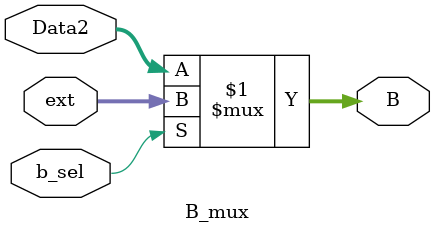
<source format=v>
`timescale 1ns / 1ps

module B_mux(
    input b_sel,
    input wire [31:0] Data2,
    input wire [31:0] ext,
    output wire [31:0] B
    );

assign B = b_sel?ext:Data2;

endmodule

</source>
